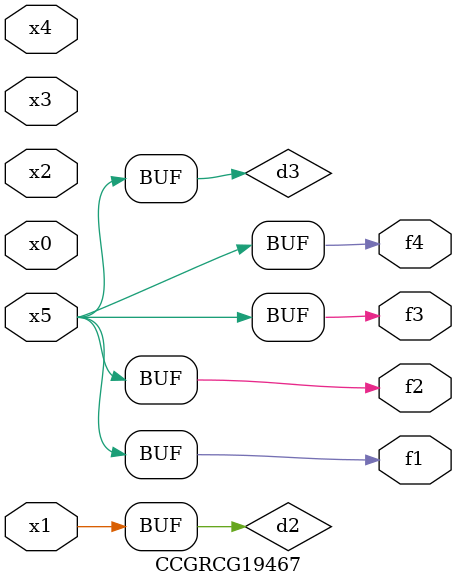
<source format=v>
module CCGRCG19467(
	input x0, x1, x2, x3, x4, x5,
	output f1, f2, f3, f4
);

	wire d1, d2, d3;

	not (d1, x5);
	or (d2, x1);
	xnor (d3, d1);
	assign f1 = d3;
	assign f2 = d3;
	assign f3 = d3;
	assign f4 = d3;
endmodule

</source>
